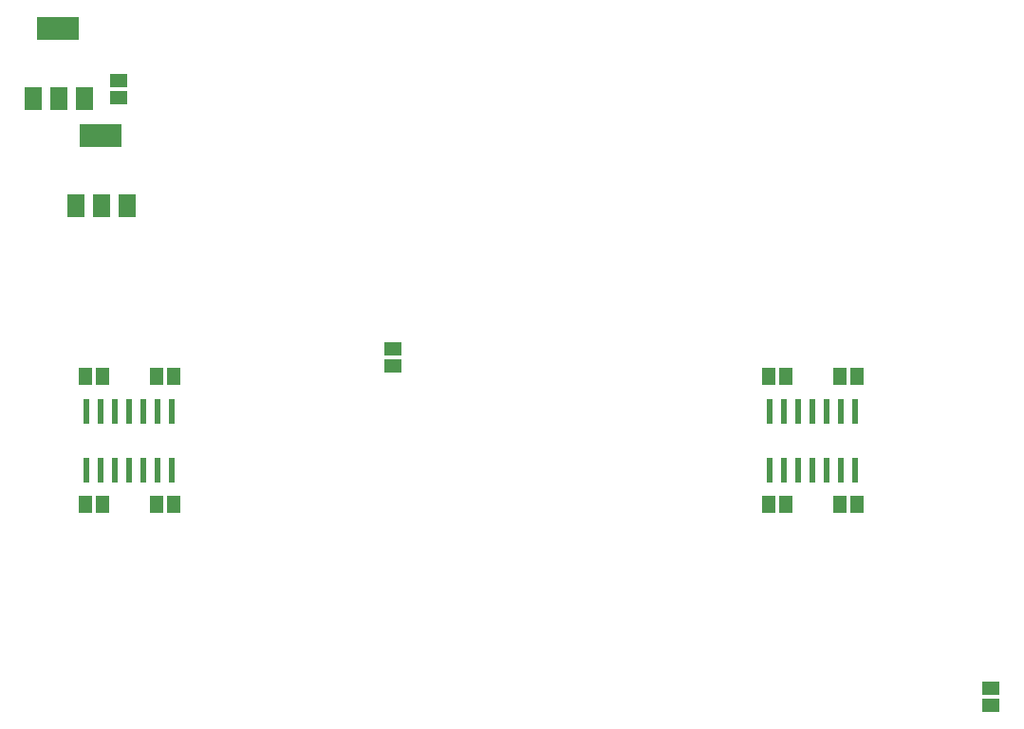
<source format=gtp>
G75*
G70*
%OFA0B0*%
%FSLAX24Y24*%
%IPPOS*%
%LPD*%
%AMOC8*
5,1,8,0,0,1.08239X$1,22.5*
%
%ADD10R,0.0630X0.0460*%
%ADD11R,0.0590X0.0790*%
%ADD12R,0.1500X0.0790*%
%ADD13R,0.0240X0.0870*%
%ADD14R,0.0460X0.0630*%
D10*
X020683Y018569D03*
X020683Y019169D03*
X011058Y028006D03*
X011058Y028606D03*
X041683Y007231D03*
X041683Y006631D03*
D11*
X011343Y024191D03*
X010443Y024191D03*
X009543Y024191D03*
X009843Y027941D03*
X008943Y027941D03*
X008043Y027941D03*
D12*
X010433Y026671D03*
X008933Y030421D03*
D13*
X009933Y016956D03*
X010433Y016956D03*
X010933Y016956D03*
X011433Y016956D03*
X011933Y016956D03*
X012433Y016956D03*
X012933Y016956D03*
X012933Y014906D03*
X012433Y014906D03*
X011933Y014906D03*
X011433Y014906D03*
X010933Y014906D03*
X010433Y014906D03*
X009933Y014906D03*
X033933Y014906D03*
X034433Y014906D03*
X034933Y014906D03*
X035433Y014906D03*
X035933Y014906D03*
X036433Y014906D03*
X036933Y014906D03*
X036933Y016956D03*
X036433Y016956D03*
X035933Y016956D03*
X035433Y016956D03*
X034933Y016956D03*
X034433Y016956D03*
X033933Y016956D03*
D14*
X009883Y013681D03*
X010483Y013681D03*
X012383Y013681D03*
X012983Y013681D03*
X012983Y018181D03*
X012383Y018181D03*
X010483Y018181D03*
X009883Y018181D03*
X033883Y018181D03*
X034483Y018181D03*
X036383Y018181D03*
X036983Y018181D03*
X036983Y013681D03*
X036383Y013681D03*
X034483Y013681D03*
X033883Y013681D03*
M02*

</source>
